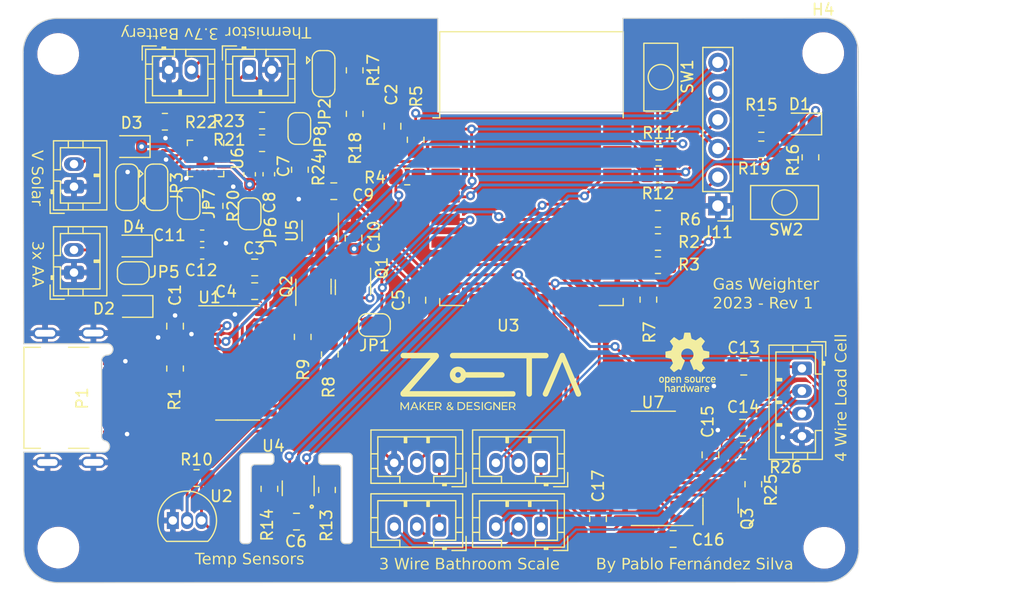
<source format=kicad_pcb>
(kicad_pcb (version 20221018) (generator pcbnew)
  (layers (0 "F.Cu" signal) (31 "B.Cu" signal) (34 "B.Paste" user) (35 "F.Paste" user) (36 "B.SilkS" user "B.Silkscreen") (37 "F.SilkS" user "F.Silkscreen") (38 "B.Mask" user) (39 "F.Mask" user) (44 "Edge.Cuts" user))
  (property "AUTHOR_1" "Pablo Fernández Silva")
  (property "AUTHOR_2" "")
  (property "AUTHOR_3" "")
  (property "SUBTITLE" "ESP8266 Version")
  (net 0 "")
  (net 1 "Net-(U1-V3)")
  (net 2 "GND")
  (net 3 "/MCU/nRST")
  (net 4 "VBUS")
  (net 5 "+3.3V")
  (net 6 "Net-(D2-K)")
  (net 7 "VCC")
  (net 8 "/E+")
  (net 9 "Net-(U7-VFB)")
  (net 10 "Net-(U7-VBG)")
  (net 11 "/MCU/GPIO16")
  (net 12 "Net-(D1-A)")
  (net 13 "VDC")
  (net 14 "VAA")
  (net 15 "VBatt")
  (net 16 "Net-(J6-Pin_1)")
  (net 17 "Net-(J6-Pin_2)")
  (net 18 "Net-(J7-Pin_1)")
  (net 19 "/A-")
  (net 20 "Net-(J8-Pin_2)")
  (net 21 "/A+")
  (net 22 "/MCU/GPIO0")
  (net 23 "/MCU/TX")
  (net 24 "/MCU/RX")
  (net 25 "Net-(J12-Pin_1)")
  (net 26 "Net-(JP2-C)")
  (net 27 "/Power/EN1")
  (net 28 "/Power/EN2")
  (net 29 "Net-(JP7-A)")
  (net 30 "Net-(JP8-A)")
  (net 31 "Net-(P1-CC)")
  (net 32 "/D-")
  (net 33 "/D+")
  (net 35 "Net-(Q1-B)")
  (net 36 "Net-(Q1-E)")
  (net 37 "Net-(Q2-B)")
  (net 38 "Net-(Q2-E)")
  (net 39 "Net-(Q3-B)")
  (net 40 "/MCU/GPIO2")
  (net 41 "/MCU/EN")
  (net 42 "Net-(R6-Pad1)")
  (net 43 "/MCU/GPIO15")
  (net 44 "/MCU/1-Wire")
  (net 45 "Net-(U3-GPIO1{slash}TXD)")
  (net 46 "Net-(U3-GPIO3{slash}RXD)")
  (net 47 "/MCU/SDA")
  (net 48 "/MCU/SCL")
  (net 49 "Net-(R16-Pad1)")
  (net 50 "/MCU/VBATT")
  (net 51 "Net-(U6-ILIM)")
  (net 52 "Net-(U6-ITERM)")
  (net 53 "Net-(U6-~{CE})")
  (net 54 "Net-(U6-ISET)")
  (net 62 "/MCU/DOUT")
  (net 63 "/MCU/SCK")
  (footprint "Capacitor_SMD:C_0805_2012Metric" (layer "F.Cu") (at 166.9425 98.1875)
    (fp_text reference "C13")
    (fp_text value "10uF")
  )
  (footprint "Capacitor_SMD:C_0603_1608Metric_Pad1.08x0.95mm_HandSolder" (layer "F.Cu") (at 123.2 81.15 90)
    (fp_text reference "C8")
    (fp_text value "1uF")
  )
  (footprint "MountingHole:MountingHole_3.2mm_M3_ISO7380" (layer "F.Cu") (at 106.25 70.5)
    (fp_text reference "H1")
    (fp_text value "MountingHole")
  )
  (footprint "Connector_JST:JST_PH_B2B-PH-K_1x02_P2.00mm_Vertical" (layer "F.Cu") (at 123.15 71.9)
    (fp_text reference "J12" hide)
    (fp_text value "NTC")
  )
  (footprint "Jumper:SolderJumper-2_P1.3mm_Open_RoundedPad1.0x1.5mm" (layer "F.Cu") (at 112.9 89.9 180)
    (fp_text reference "JP5")
    (fp_text value "Override Diode")
  )
  (footprint "Capacitor_SMD:C_0805_2012Metric" (layer "F.Cu") (at 135.85 76.9 90)
    (fp_text reference "C2")
    (fp_text value "470pF")
  )
  (footprint "Resistor_SMD:R_0805_2012Metric_Pad1.20x1.40mm_HandSolder" (layer "F.Cu") (at 159.35 85.1 180)
    (fp_text reference "R6")
    (fp_text value "330")
  )
  (footprint "Resistor_SMD:R_0805_2012Metric_Pad1.20x1.40mm_HandSolder" (layer "F.Cu") (at 172.85 79.65 90)
    (fp_text reference "R16")
    (fp_text value "330")
  )
  (footprint "Connector_JST:JST_PH_B3B-PH-K_1x03_P2.00mm_Vertical" (layer "F.Cu") (at 149 112.35 180)
    (fp_text reference "J9" hide)
    (fp_text value "LR")
  )
  (footprint "Jumper:SolderJumper-3_P1.3mm_Bridged12_RoundedPad1.0x1.5mm" (layer "F.Cu") (at 129.75 72.25 -90)
    (fp_text reference "JP2")
    (fp_text value "BattSelec")
  )
  (footprint "Jumper:SolderJumper-3_P1.3mm_Bridged12_RoundedPad1.0x1.5mm" (layer "F.Cu") (at 114.95 82.3 -90)
    (fp_text reference "JP3")
    (fp_text value "EN1")
  )
  (footprint "Resistor_SMD:R_0805_2012Metric_Pad1.20x1.40mm_HandSolder" (layer "F.Cu") (at 124.3 78.4 180)
    (fp_text reference "R21")
    (fp_text value "10k")
  )
  (footprint "Package_TO_SOT_SMD:SOT-23" (layer "F.Cu") (at 132.35 91.15 -90)
    (fp_text reference "Q1")
    (fp_text value "S8050")
  )
  (footprint "LED_SMD:LED_0805_2012Metric" (layer "F.Cu") (at 172.15 76.7 180)
    (fp_text reference "D1")
    (fp_text value "LED")
  )
  (footprint "Capacitor_SMD:C_0805_2012Metric" (layer "F.Cu") (at 130.65 82.65 180)
    (fp_text reference "C9")
    (fp_text value "10uF")
  )
  (footprint "Resistor_SMD:R_0805_2012Metric_Pad1.20x1.40mm_HandSolder" (layer "F.Cu") (at 137.9 78.1 -90)
    (fp_text reference "R5")
    (fp_text value "10k")
  )
  (footprint "Sensor_Humidity:Sensirion_DFN-8-1EP_2.5x2.5mm_P0.5mm_EP1.1x1.7mm" (layer "F.Cu") (at 127.5 108.95 -90)
    (fp_text reference "U4")
    (fp_text value "SHT31-DIS")
  )
  (footprint "Connector_JST:JST_PH_B3B-PH-K_1x03_P2.00mm_Vertical" (layer "F.Cu") (at 149 106.7 180)
    (fp_text reference "J7" hide)
    (fp_text value "UR")
  )
  (footprint "Resistor_SMD:R_0805_2012Metric_Pad1.20x1.40mm_HandSolder" (layer "F.Cu") (at 130.05 109.1 -90)
    (fp_text reference "R13")
    (fp_text value "10k")
  )
  (footprint "Package_SO:SOP-16_3.9x9.9mm_P1.27mm" (layer "F.Cu") (at 158.9425 107.1875 180)
    (fp_text reference "U7")
    (fp_text value "HX711")
  )
  (footprint "Diode_SMD:D_0805_2012Metric" (layer "F.Cu") (at 112.9 87.5 180)
    (fp_text reference "D4")
    (fp_text value "SK34A")
  )
  (footprint "Resistor_SMD:R_0805_2012Metric_Pad1.20x1.40mm_HandSolder" (layer "F.Cu") (at 132.5 75.8 -90)
    (fp_text reference "R18")
    (fp_text value "4.7k")
  )
  (footprint "LOGO" (layer "F.Cu") (at 144.55 99.5)
    (fp_text reference "G***" hide)
    (fp_text value "LOGO" hide)
  )
  (footprint "Library:Button" (layer "F.Cu") (at 170.55 83.65)
    (fp_text reference "SW2")
    (fp_text value "SW_Push")
  )
  (footprint "Resistor_SMD:R_0805_2012Metric_Pad1.20x1.40mm_HandSolder" (layer "F.Cu") (at 137.15 81.35)
    (fp_text reference "R4")
    (fp_text value "10k")
  )
  (footprint "Capacitor_SMD:C_0805_2012Metric" (layer "F.Cu") (at 123.65 91.5 180)
    (fp_text reference "C4")
    (fp_text value "1uF")
  )
  (footprint "Capacitor_SMD:C_0805_2012Metric" (layer "F.Cu") (at 132.4 86.8 90)
    (fp_text reference "C10")
    (fp_text value "10uF")
  )
  (footprint "Resistor_SMD:R_0805_2012Metric_Pad1.20x1.40mm_HandSolder" (layer "F.Cu") (at 118.5 108.05)
    (fp_text reference "R10")
    (fp_text value "4.7k")
  )
  (footprint "Jumper:SolderJumper-2_P1.3mm_Open_RoundedPad1.0x1.5mm" (layer "F.Cu") (at 134.25 94.5 180)
    (fp_text reference "JP1")
    (fp_text value "DeepSleep")
  )
  (footprint "Package_DFN_QFN:VQFN-16-1EP_3x3mm_P0.5mm_EP1.6x1.6mm" (layer "F.Cu") (at 119.3 79.75 -90)
    (fp_text reference "U6")
    (fp_text value "BQ24074RGT")
  )
  (footprint "MountingHole:MountingHole_3.2mm_M3_ISO7380" (layer "F.Cu") (at 174.07868 114.22132)
    (fp_text reference "H3")
    (fp_text value "MountingHole")
  )
  (footprint "Resistor_SMD:R_0805_2012Metric_Pad1.20x1.40mm_HandSolder" (layer "F.Cu") (at 120.1 83.95 -90)
    (fp_text reference "R20")
    (fp_text value "1k")
  )
  (footprint "Capacitor_SMD:C_0805_2012Metric" (layer "F.Cu") (at 116.6 94.6 90)
    (fp_text reference "C1")
    (fp_text value "0.1uF")
  )
  (footprint "Package_SO:SOIC-16_3.9x9.9mm_P1.27mm" (layer "F.Cu") (at 122.15 97.85)
    (fp_text reference "U1")
    (fp_text value "CH340C")
  )
  (footprint "Capacitor_SMD:C_0603_1608Metric_Pad1.08x0.95mm_HandSolder" (layer "F.Cu") (at 119 88.15)
    (fp_text reference "C12")
    (fp_text value "1uF")
  )
  (footprint "Jumper:SolderJumper-2_P1.3mm_Open_RoundedPad1.0x1.5mm" (layer "F.Cu") (at 123.2 84.65 90)
    (fp_text reference "JP6")
    (fp_text value "Override Charger")
  )
  (footprint "Package_TO_SOT_SMD:SOT-23" (layer "F.Cu") (at 128.85 91.0875 90)
    (fp_text reference "Q2")
    (fp_text value "S8050")
  )
  (footprint "Capacitor_SMD:C_0603_1608Metric_Pad1.08x0.95mm_HandSolder" (layer "F.Cu") (at 119 86.6)
    (fp_text reference "C11")
    (fp_text value "10uF")
  )
  (footprint "Library:USB C Molex" (layer "F.Cu") (at 108.3 100.94 -90)
    (fp_text reference "P1")
    (fp_text value "USB_C_Plug_USB2.0")
  )
  (footprint "MountingHole:MountingHole_3.2mm_M3_ISO7380" (layer "F.Cu") (at 106.27132 114.2)
    (fp_text reference "H2")
    (fp_text value "MountingHole")
  )
  (footprint "Resistor_SMD:R_0805_2012Metric_Pad1.20x1.40mm_HandSolder" (layer "F.Cu") (at 159.4 79.15)
    (fp_text reference "R11")
    (fp_text value "330")
  )
  (footprint "Resistor_SMD:R_0805_2012Metric_Pad1.20x1.40mm_HandSolder" (layer "F.Cu") (at 115.7 76.5)
    (fp_text reference "R22")
    (fp_text value "10k")
  )
  (footprint "MountingHole:MountingHole_3.2mm_M3_ISO7380" (layer "F.Cu") (at 173.97868 70.42132)
    (fp_text reference "H4")
    (fp_text value "MountingHole")
  )
  (footprint "Diode_SMD:D_0805_2012Metric" (layer "F.Cu") (at 112.7 78.7 180)
    (fp_text reference "D3")
    (fp_text value "SK34A")
  )
  (footprint "Package_TO_SOT_SMD:SOT-23-5_HandSoldering" (layer "F.Cu") (at 129.45 86.15 -90)
    (fp_text reference "U5")
    (fp_text value "NCP115AMX120TCG")
  )
  (footprint "Resistor_SMD:R_0805_2012Metric_Pad1.20x1.40mm_HandSolder" (layer "F.Cu") (at 166.8925 105.6375)
    (fp_text reference "R26")
    (fp_text value "330")
  )
  (footprint "Capacitor_SMD:C_0805_2012Metric" (layer "F.Cu") (at 127.35 111.9)
    (fp_text reference "C6")
    (fp_text value "0.1uF")
  )
  (footprint "Resistor_SMD:R_0805_2012Metric_Pad1.20x1.40mm_HandSolder" (layer "F.Cu") (at 116.6 98.35 90)
    (fp_text reference "R1")
    (fp_text value "4.7k")
  )
  (footprint "Resistor_SMD:R_0805_2012Metric_Pad1.20x1.40mm_HandSolder" (layer "F.Cu") (at 158.5 92.25 90)
    (fp_text reference "R7")
    (fp_text value "10k")
  )
  (footprint "Connector_PinHeader_2.54mm:PinHeader_1x06_P2.54mm_Vertical" (layer "F.Cu") (at 164.65 83.95 180)
    (fp_text reference "J11")
    (fp_text value "External Programming")
  )
  (footprint "Diode_SMD:D_0805_2012Metric" (layer "F.Cu") (at 112.95 92.85 180)
    (fp_text reference "D2")
    (fp_text value "SK34A")
  )
  (footprint "Package_TO_SOT_THT:TO-92_Inline" (layer "F.Cu") (at 116.4 111.8)
    (fp_text reference "U2")
    (fp_text value "DS18B20")
  )
  (footprint "Resistor_SMD:R_0805_2012Metric_Pad1.20x1.40mm_HandSolder" (layer "F.Cu") (at 159.35 87.15 180)
    (fp_text reference "R2")
    (fp_text value "10k")
  )
  (footprint "Package_TO_SOT_SMD:SOT-23" (layer "F.Cu") (at 164.8925 110.4875 90)
    (fp_text reference "Q3")
    (fp_text value "S8550")
  )
  (footprint "Resistor_SMD:R_0805_2012Metric_Pad1.20x1.40mm_HandSolder" (layer "F.Cu") (at 124.95 109 -90)
    (fp_text reference "R14")
    (fp_text value "10k")
  )
  (footprint "Connector_JST:JST_PH_B3B-PH-K_1x03_P2.00mm_Vertical" (layer "F.Cu") (at 140 106.7 180)
    (fp_text reference "J6" hide)
    (fp_text value "UL")
  )
  (footprint "Connector_JST:JST_PH_B2B-PH-K_1x02_P2.00mm_Vertical" (layer "F.Cu") (at 107.65 82.25 90)
    (fp_text reference "J2" hide)
    (fp_text value "Solar Panel")
  )
  (footprint "Connector_JST:JST_PH_B2B-PH-K_1x02_P2.00mm_Vertical" (layer "F.Cu") (at 116.05 71.9)
    (fp_text reference "J1" hide)
    (fp_text value "3.7V Battery")
  )
  (footprint "Capacitor_SMD:C_0805_2012Metric" (layer "F.Cu") (at 123.65 89.4 180)
    (fp_text reference "C3")
    (fp_text value "0.1uF")
  )
  (footprint "LOGO" (layer "F.Cu") (at 161.95 97.8)
    (fp_text reference "G***" hide)
    (fp_text value "LOGO" hide)
  )
  (footprint "Resistor_SMD:R_0805_2012Metric_Pad1.20x1.40mm_HandSolder" (layer "F.Cu") (at 132.5 71.95 -90)
    (fp_text reference "R17")
    (fp_text value "10k")
  )
  (footprint "Jumper:SolderJumper-2_P1.3mm_Bridged_RoundedPad1.0x1.5mm" (layer "F.Cu") (at 117.8 83.75 -90)
    (fp_text reference "JP7")
    (fp_text value "Battery_Out")
  )
  (footprint "Resistor_SMD:R_0805_2012Metric_Pad1.20x1.40mm_HandSolder" (layer "F.Cu") (at 127.65 80.75 -90)
    (fp_text reference "R24")
    (fp_text value "10k")
  )
  (footprint "Resistor_SMD:R_0805_2012Metric_Pad1.20x1.40mm_HandSolder" (layer "F.Cu") (at 127.9 95.55 -90)
    (fp_text reference "R9")
    (fp_text value "10k")
  )
  (footprint "Resistor_SMD:R_0805_2012Metric_Pad1.20x1.40mm_HandSolder" (layer "F.Cu") (at 168.5 76.7 180)
    (fp_text reference "R15")
    (fp_text value "330")
  )
  (footprint "Resistor_SMD:R_0805_2012Metric_Pad1.20x1.40mm_HandSolder" (layer "F.Cu") (at 159.4 81.15)
    (fp_text reference "R12")
    (fp_text value "330")
  )
  (footprint "Capacitor_SMD:C_0805_2012Metric" (layer "F.Cu") (at 160.6925 113.4375)
    (fp_text reference "C16")
    (fp_text value "10uF")
  )
  (footprint "Resistor_SMD:R_0805_2012Metric_Pad1.20x1.40mm_HandSolder" (layer "F.Cu") (at 159.35 89.2 180)
    (fp_text reference "R3")
    (fp_text value "10k")
  )
  (footprint "RF_Module:ESP-12E" (layer "F.Cu") (at 148.15 80.65)
    (fp_text reference "U3")
    (fp_text value "ESP-12F")
  )
  (footprint "Capacitor_SMD:C_0805_2012Metric" (layer "F.Cu") (at 138.05 92.3 90)
    (fp_text reference "C5")
    (fp_text value "10uF")
  )
  (footprint "Capacitor_SMD:C_0603_1608Metric_Pad1.08x0.95mm_HandSolder" (layer "F.Cu") (at 124.9 81.15 90)
    (fp_text reference "C7")
    (fp_text value "10uF")
  )
  (footprint "Capacitor_SMD:C_0805_2012Metric" (layer "F.Cu") (at 163.9925 105.9875 -90)
    (fp_text reference "C15")
    (fp_text value "0.1uF")
  )
  (footprint "Capacitor_SMD:C_0805_2012Metric" (layer "F.Cu") (at 154.0425 111.6375 90)
    (fp_text reference "C17")
    (fp_text value "0.1uF")
  )
  (footprint "Resistor_SMD:R_0805_2012Metric_Pad1.20x1.40mm_HandSolder" (layer "F.Cu") (at 167.7925 108.5875 -90)
    (fp_text reference "R25")
    (fp_text value "330")
  )
  (footprint "Jumper:SolderJumper-2_P1.3mm_Bridged_RoundedPad1.0x1.5mm" (layer "F.Cu") (at 127.6 77.1 90)
    (fp_text reference "JP8")
    (fp_text value "NTC Jumper")
  )
  (footprint "Resistor_SMD:R_0805_2012Metric_Pad1.20x1.40mm_HandSolder" (layer "F.Cu") (at 130.3 97.1 90)
    (fp_text reference "R8")
    (fp_text value "10k")
  )
  (footprint "Connector_JST:JST_PH_B4B-PH-K_1x04_P2.00mm_Vertical" (layer "F.Cu") (at 172.0925 98.3375 -90)
    (fp_text reference "J10" hide)
    (fp_text value "4Wire")
  )
  (footprint "Jumper:SolderJumper-3_P1.3mm_Bridged12_RoundedPad1.0x1.5mm" (layer "F.Cu") (at 112.35 82.3 90)
    (fp_text reference "JP4" hide)
    (fp_text value "EN2")
  )
  (footprint "Resistor_SMD:R_0805_2012Metric_Pad1.20x1.40mm_HandSolder" (layer "F.Cu") (at 124.3 76.4)
    (fp_text reference "R23")
    (fp_text value "1k")
  )
  (footprint "Connector_JST:JST_PH_B2B-PH-K_1x02_P2.00mm_Vertical" (layer "F.Cu") (at 107.65 89.85 90)
    (fp_text reference "J3" hide)
    (fp_text value "AA")
  )
  (footprint "Resistor_SMD:R_0805_2012Metric_Pad1.20x1.40mm_HandSolder" (layer "F.Cu") (at 168.5 78.95 180)
    (fp_text reference "R19")
    (fp_text value "330")
  )
  (footprint "Capacitor_SMD:C_0805_2012Metric" (layer "F.Cu") (at 166.8425 103.5875 180)
    (fp_text reference "C14")
    (fp_text value "0.1uF")
  )
  (footprint "Library:Button" (layer "F.Cu") (at 159.6 72.55 90)
    (fp_text reference "SW1")
    (fp_text value "SW_Push")
  )
  (footprint "Connector_JST:JST_PH_B3B-PH-K_1x03_P2.00mm_Vertical" (layer "F.Cu") (at 140 112.35 180)
    (fp_text reference "J8" hide)
    (fp_text value "LL")
  )
  (gr_circle (center 128.7 110.575) (end 128.7 110.525) (stroke (width 0.15)) (fill none) (layer "F.SilkS"))
  (gr_arc (start 123.35 113.5) (mid 123.252444 113.752444) (end 123 113.85) (stroke (width 0.1)) (layer "Edge.Cuts"))
  (gr_arc (start 110.6 96.15) (mid 111.1 96.65) (end 110.6 97.15) (stroke (width 0.1)) (layer "Edge.Cuts"))
  (gr_line (start 139.85 67.35) (end 106.15 67.35) (stroke (width 0.1)) (layer "Edge.Cuts"))
  (gr_arc (start 125.35 106.55) (mid 125.237132 106.772487) (end 125 106.85) (stroke (width 0.1)) (layer "Edge.Cuts"))
  (gr_line (start 123.7 106.85) (end 125 106.85) (stroke (width 0.1)) (layer "Edge.Cuts"))
  (gr_arc (start 132.3 113.5) (mid 132.222487 113.737132) (end 132 113.85) (stroke (width 0.1)) (layer "Edge.Cuts"))
  (gr_line (start 103.2 105.75) (end 103.2 114.3) (stroke (width 0.1)) (layer "Edge.Cuts"))
  (gr_line (start 103.2 96.15) (end 103.15 70.35) (stroke (width 0.1)) (layer "Edge.Cuts"))
  (gr_line (start 131.3 113.5) (end 131.3 107.15) (stroke (width 0.1)) (layer "Edge.Cuts"))
  (gr_arc (start 131.95 105.85) (mid 132.202444 105.947556) (end 132.3 106.2) (stroke (width 0.1)) (layer "Edge.Cuts"))
  (gr_arc (start 177.12868 114.27132) (mid 176.249992 116.39262) (end 174.12868 117.27132) (stroke (width 0.1)) (layer "Edge.Cuts"))
  (gr_line (start 132 113.85) (end 131.65 113.85) (stroke (width 0.1)) (layer "Edge.Cuts"))
  (gr_line (start 129.6 105.85) (end 131.95 105.85) (stroke (width 0.1)) (layer "Edge.Cuts"))
  (gr_line (start 156.25 75.65) (end 139.85 75.65) (stroke (width 0.1)) (layer "Edge.Cuts"))
  (gr_arc (start 110.1 97.55) (mid 110.28745 97.271808) (end 110.6 97.15) (stroke (width 0.1)) (layer "Edge.Cuts"))
  (gr_arc (start 106.2 117.3) (mid 104.07868 116.42132) (end 103.2 114.3) (stroke (width 0.1)) (layer "Edge.Cuts"))
  (gr_line (start 132.3 106.2) (end 132.3 113.5) (stroke (width 0.1)) (layer "Edge.Cuts"))
  (gr_line (start 110.3 105.75) (end 103.2 105.75) (stroke (width 0.1)) (layer "Edge.Cuts"))
  (gr_arc (start 122.65 113.85) (mid 122.427513 113.737132) (end 122.35 113.5) (stroke (width 0.1)) (layer "Edge.Cuts"))
  (gr_line (start 122.65 113.85) (end 123 113.85) (stroke (width 0.1)) (layer "Edge.Cuts"))
  (gr_line (start 156.25 67.35) (end 156.25 75.65) (stroke (width 0.1)) (layer "Edge.Cuts"))
  (gr_line (start 103.2 96.15) (end 110.6 96.15) (stroke (width 0.1)) (layer "Edge.Cuts"))
  (gr_line (start 110.1 97.55) (end 110.1 104.35) (stroke (width 0.1)) (layer "Edge.Cuts"))
  (gr_line (start 129.3 106.55) (end 129.3 106.2) (stroke (width 0.1)) (layer "Edge.Cuts"))
  (gr_arc (start 122.35 106.2) (mid 122.447556 105.947556) (end 122.7 105.85) (stroke (width 0.1)) (layer "Edge.Cuts"))
  (gr_line (start 174.07868 67.32132) (end 156.25 67.35) (stroke (width 0.1)) (layer "Edge.Cuts"))
  (gr_arc (start 110.4 104.75) (mid 110.177111 104.604673) (end 110.1 104.35) (stroke (width 0.1)) (layer "Edge.Cuts"))
  (gr_line (start 122.35 106.2) (end 122.35 113.5) (stroke (width 0.1)) (layer "Edge.Cuts"))
  (gr_arc (start 110.4 104.75) (mid 110.802494 105.295249) (end 110.3 105.75) (stroke (width 0.1)) (layer "Edge.Cuts"))
  (gr_line (start 130.95 106.85) (end 129.65 106.85) (stroke (width 0.1)) (layer "Edge.Cuts"))
  (gr_arc (start 103.15 70.35) (mid 104.02868 68.22868) (end 106.15 67.35) (stroke (width 0.1)) (layer "Edge.Cuts"))
  (gr_arc (start 174.07868 67.32132) (mid 176.200006 68.199994) (end 177.07868 70.32132) (stroke (width 0.1)) (layer "Edge.Cuts"))
  (gr_line (start 177.12868 114.27132) (end 177.07868 70.32132) (stroke (width 0.1)) (layer "Edge.Cuts"))
  (gr_arc (start 129.65 106.85) (mid 129.412868 106.772487) (end 129.3 106.55) (stroke (width 0.1)) (layer "Edge.Cuts"))
  (gr_arc (start 130.95 106.85) (mid 131.187132 106.927513) (end 131.3 107.15) (stroke (width 0.1)) (layer "Edge.Cuts"))
  (gr_line (start 125.05 105.85) (end 122.7 105.85) (stroke (width 0.1)) (layer "Edge.Cuts"))
  (gr_line (start 125.35 106.55) (end 125.35 106.2) (stroke (width 0.1)) (layer "Edge.Cuts"))
  (gr_line (start 106.2 117.3) (end 174.12868 117.27132) (stroke (width 0.1)) (layer "Edge.Cuts"))
  (gr_arc (start 129.3 106.2) (mid 129.377513 105.962868) (end 129.6 105.85) (stroke (width 0.1)) (layer "Edge.Cuts"))
  (gr_arc (start 131.65 113.85) (mid 131.397556 113.752444) (end 131.3 113.5) (stroke (width 0.1)) (layer "Edge.Cuts"))
  (gr_arc (start 123.35 107.15) (mid 123.462868 106.927513) (end 123.7 106.85) (stroke (width 0.1)) (layer "Edge.Cuts"))
  (gr_line (start 139.85 75.65) (end 139.85 67.35) (stroke (width 0.1)) (layer "Edge.Cuts"))
  (gr_line (start 123.35 113.5) (end 123.35 107.15) (stroke (width 0.1)) (layer "Edge.Cuts"))
  (gr_arc (start 125.05 105.85) (mid 125.272487 105.962868) (end 125.35 106.2) (stroke (width 0.1)) (layer "Edge.Cuts"))
  (gr_text "Thermistor" (at 128.65 67.95 180) (layer "F.SilkS") (effects (font (size 1 1)) (justify left bottom)))
  (gr_text "3x AA" (at 103.8 87.05 270) (layer "F.SilkS") (effects (font (size 1 1)) (justify left bottom)))
  (gr_text "V Solar" (at 103.75 79 270) (layer "F.SilkS") (effects (font (size 1 1)) (justify left bottom)))
  (gr_text "Temp Sensors" (at 118.35 115.85) (layer "F.SilkS") (effects (font (size 1 1)) (justify left bottom)))
  (gr_text "3 Wire Bathroom Scale" (at 134.65 116.3) (layer "F.SilkS") (effects (font (size 1 1)) (justify left bottom)))
  (gr_text "Gas Weighter\n2023 - Rev 1\n" (at 164.2 93.2) (layer "F.SilkS") (effects (font (size 1 1)) (justify left bottom)))
  (gr_text "4 Wire Load Cell" (at 176.2 106.6 90) (layer "F.SilkS") (effects (font (size 1 1)) (justify left bottom)))
  (gr_text "By Pablo Fernández Silva" (at 153.85 116.3) (layer "F.SilkS") (effects (font (size 1 1)) (justify left bottom)))
  (gr_text "3.7v Battery" (at 120.45 68.05 180) (layer "F.SilkS") (effects (font (size 1 1)) (justify left bottom)))
  (segment (start 118.265 97.215) (end 119.675 97.215) (width 0.25) (layer "F.Cu") (net 1))
  (segment (start 116.6 95.55) (end 118.265 97.215) (width 0.25) (layer "F.Cu") (net 1))
  (segment (start 127.55 83.35) (end 129 83.35) (width 0.25) (layer "F.Cu") (net 2))
  (segment (start 128.3 111.9) (end 128.3 110.175) (width 0.25) (layer "F.Cu") (net 2))
  (segment (start 127.5 108.95) (end 128.25 109.7) (width 0.25) (layer "F.Cu") (net 2))
  (segment (start 119.55 80) (end 119.3 79.75) (width 0.25) (layer "F.Cu") (net 2))
  (segment (start 127.75 107.775) (end 127.75 106.775305) (width 0.25) (layer "F.Cu") (net 2))
  (segment (start 129 83.35) (end 129.7 82.65) (width 0.25) (layer "F.Cu") (net 2))
  (segment (start 117.8625 80.5) (end 117.9125 80.45) (width 0.2) (layer "F.Cu") (net 2))
  (segment (start 127.949695 105.525) (end 134.825 105.525) (width 0.25) (layer "F.Cu") (net 2))
  (segment (start 129.45 84.8) (end 129.45 82.9) (width 0.25) (layer "F.Cu") (net 2))
  (segment (start 128.25 109.7) (end 128.25 110.125) (width 0.25) (layer "F.Cu") (net 2))
  (segment (start 129.45 82.9) (end 129.7 82.65) (width 0.25) (layer "F.Cu") (net 2))
  (segment (start 118.6 80.45) (end 119.3 79.75) (width 0.2) (layer "F.Cu") (net 2))
  (segment (start 127.75 106.775305) (end 127.525 106.550305) (width 0.25) (layer "F.Cu") (net 2))
  (segment (start 127.5 108.95) (end 127.75 108.7) (width 0.25) (layer "F.Cu") (net 2))
  (segment (start 120.7375 80) (end 119.55 80) (width 0.25) (layer "F.Cu") (net 2))
  (segment (start 127.525 105.949695) (end 127.949695 105.525) (width 0.25) (layer "F.Cu") (net 2))
  (segment (start 134.825 105.525) (end 136 106.7) (width 0.25) (layer "F.Cu") (net 2))
  (segment (start 127.525 106.550305) (end 127.525 105.949695) (width 0.25) (layer "F.Cu") (net 2))
  (segment (start 117.9125 80.45) (end 118.6 80.45) (width 0.2) (layer "F.Cu") (net 2))
  (segment (start 128.3 110.175) (end 128.25 110.125) (width 0.25) (layer "F.Cu") (net 2))
  (segment (start 127.75 108.7) (end 127.75 107.775) (width 0.25) (layer "F.Cu") (net 2))
  (via (at 118.05 95.3) (size 0.8) (drill 0.4) (layers "F.Cu" "B.Cu") (net 2))
  (via (at 115.8 79.85) (size 0.8) (drill 0.4) (layers "F.Cu" "B.Cu") (net 2))
  (via (at 116.6 93.65) (size 0.8) (drill 0.4) (layers "F.Cu" "B.Cu") (net 2))
  (via (at 170.4 104.425) (size 0.8) (drill 0.4) (layers "F.Cu" "B.Cu") (net 2))
  (via (at 115.75 77.95) (size 0.8) (drill 0.4) (layers "F.Cu" "B.Cu") (net 2))
  (via (at 164.3 99.9) (size 0.8) (drill 0.4) (layers "F.Cu" "B.Cu") (net 2))
  (via (at 112.35 104.15) (size 0.8) (drill 0.4) (layers "F.Cu" "B.Cu") (net 2))
  (via (at 119.3 79.75) (size 0.8) (drill 0.4) (layers "F.Cu" "B.Cu") (net 2))
  (via (at 112.4 80.95) (size 0.8) (drill 0.4) (layers "F.Cu" "B.Cu") (net 2))
  (via (at 115.1 95.6) (size 0.8) (drill 0.4) (layers "F.Cu" "B.Cu") (net 2))
  (via (at 117.6 81.5) (size 0.8) (drill 0.4) (layers "F.Cu" "B.Cu") (net 2))
  (via (at 121.1 87.25) (size 0.8) (drill 0.4) (layers "F.Cu" "B.Cu") (net 2))
  (via (at 121.75 82.25) (size 0.8) (drill 0.4) (layers "F.Cu" "B.Cu") (net 2))
  (via (at 127.55 83.35) (size 0.8) (drill 0.4) (layers "F.Cu" "B.Cu") (net 2))
  (via (at 164.65 103.8) (size 0.8) (drill 0.4) (layers "F.Cu" "B.Cu") (net 2))
  (via (at 121.9 93.55) (size 0.8) (drill 0.4) (layers "F.Cu" "B.Cu") (net 2))
  (via (at 112.2 97.7) (size 0.8) (drill 0.4) (layers "F.Cu" "B.Cu") (net 2))
  (segment (start 133.6 94.5) (end 132.35 93.25) (width 0.25) (layer "F.Cu") (net 3))
  (segment (start 132.35 92.0875) (end 133.8375 92.0875) (width 0.25) (layer "F.Cu") (net 3))
  (segment (start 142.85 81.7) (end 142.9 81.75) (width 0.25) (layer "F.Cu") (net 3))
  (segment (start 164.65 78.87) (end 167.42 78.87) (width 0.25) (layer "F.Cu") (net 3))
  (segment (start 137.9 79.1) (end 139.85 77.15) (width 0.25) (layer "F.Cu") (net 3))
  (segment (start 133.8375 92.0875) (end 133.85 92.1) (width 0.25) (layer "F.Cu") (net 3))
  (segment (start 142.85 77.15) (end 142.85 81.7) (width 0.25) (layer "F.Cu") (net 3))
  (segment (start 135.85 77.85) (end 137.1 79.1) (width 0.25) (layer "F.Cu") (net 3))
  (segment (start 139.85 77.15) (end 140.55 77.15) (width 0.25) (layer "F.Cu") (net 3))
  (segment (start 140.55 77.15) (end 142.85 77.15) (width 0.25) (layer "F.Cu") (net 3))
  (segment (start 137.1 79.1) (end 137.9 79.1) (width 0.25) (layer "F.Cu") (net 3))
  (segment (start 133.85 92.1) (end 133.65 92.1) (width 0.25) (layer "F.Cu") (net 3))
  (segment (start 167.42 78.87) (end 167.5 78.95) (width 0.25) (layer "F.Cu") (net 3))
  (segment (start 132.35 93.25) (end 132.35 92.0875) (width 0.25) (layer "F.Cu") (net 3))
  (via (at 142.85 77.15) (size 0.8) (drill 0.4) (layers "F.Cu" "B.Cu") (net 3))
  (via (at 142.9 81.75) (size 0.8) (drill 0.4) (layers "F.Cu" "B.Cu") (net 3))
  (via (at 133.85 92.1) (size 0.8) (drill 0.4) (layers "F.Cu" "B.Cu") (net 3))
  (segment (start 142.85 77.15) (end 162.93 77.15) (width 0.25) (layer "B.Cu") (net 3))
  (segment (start 142.025 83.025) (end 142.025 82.749695) (width 0.25) (layer "B.Cu") (net 3))
  (segment (start 142.025 82.749695) (end 142.449695 82.325) (width 0.25) (layer "B.Cu") (net 3))
  (segment (start 133.85 92.1) (end 133.85 91.2) (width 0.25) (layer "B.Cu") (net 3))
  (segment (start 142.449695 82.325) (end 142.725 82.325) (width 0.25) (layer "B.Cu") (net 3))
  (segment (start 142.725 82.325) (end 142.9 82.15) (width 0.25) (layer "B.Cu") (net 3))
  (segment (start 133.85 91.2) (end 142.025 83.025) (width 0.25) (layer "B.Cu") (net 3))
  (segment (start 162.93 77.15) (end 164.65 78.87) (width 0.25) (layer "B.Cu") (net 3))
  (segment (start 142.9 82.15) (end 142.9 81.75) (width 0.25) (layer "B.Cu") (net 3))
  (segment (start 142.9 81.75) (end 142.85 81.8) (width 0.25) (layer "B.Cu") (net 3))
  (segment (start 124 92.78) (end 115.92 92.78) (width 0.25) (layer "F.Cu") (net 4))
  (segment (start 123.595 93.405) (end 124.625 93.405) (width 0.25) (layer "F.Cu") (net 4))
  (segment (start 114.19 94.51) (end 114.19 95.25) (width 0.25) (layer "F.Cu") (net 4))
  (segment (start 124.625 93.405) (end 124.625 91.525) (width 0.25) (layer "F.Cu") (net 4))
  (segment (start 120.266751 103.35) (end 121.35 102.266751) (width 0.25) (layer "F.Cu") (net 4))
  (segment (start 115.92 92.78) (end 114.19 94.51) (width 0.25) (layer "F.Cu") (net 4))
  (segment (start 114.19 95.25) (end 114.19 98.475) (width 0.25) (layer "F.Cu") (net 4))
  (segment (start 122.55 96.95) (end 122.55 94.45) (width 0.25) (layer "F.Cu") (net 4))
  (segment (start 124.625 91.525) (end 124.6 91.5) (width 0.25) (layer "F.Cu") (net 4))
  (segment (start 110.82 103.35) (end 120.266751 103.35) (width 0.25) (layer "F.Cu") (net 4))
  (segment (start 110.81 103.34) (end 110.82 103.35) (width 0.25) (layer "F.Cu") (net 4))
  (segment (start 124.6 91.5) (end 124.6 89.4) (width 0.25) (layer "F.Cu") (net 4))
  (segment (start 112.0125 92.85) (end 114.19 95.0275) (width 0.25) (layer "F.Cu") (net 4))
  (segment (start 114.19 95.0275) (end 114.19 95.25) (width 0.25) (layer "F.Cu") (net 4))
  (segment (start 121.35 102.266751) (end 121.35 98.15) (width 0.25) (layer "F.Cu") (net 4))
  (segment (start 124.625 93.405) (end 124 92.78) (width 0.25) (layer "F.Cu") (net 4))
  (segment (start 114.19 98.475) (end 114.125 98.54) (width 0.25) (layer "F.Cu") (net 4))
  (segment (start 114.125 98.54) (end 110.81 98.54) (width 0.25) (layer "F.Cu") (net 4))
  (segment (start 121.35 98.15) (end 122.55 96.95) (width 0.25) (layer "F.Cu") (net 4))
  (segment (start 122.55 94.45) (end 123.595 93.405) (width 0.25) (layer "F.Cu") (net 4))
  (segment (start 136.15 82.75) (end 136.4 83) (width 0.25) (layer "F.Cu") (net 5))
  (segment (start 166.8 81.9) (end 168.425 80.275) (width 0.25) (layer "F.Cu") (net 5))
  (segment (start 137.9 77.1) (end 137.9 75.75) (width 0.25) (layer "F.Cu") (net 5))
  (segment (start 160.35 89.2) (end 160.35 87.15) (width 0.25) (layer "F.Cu") (net 5))
  (segment (start 150.25 90.8) (end 150.2 90.85) (width 0.25) (layer "F.Cu") (net 5))
  (segment (start 132.45 87.75) (end 134.45 87.75) (width 0.25) (layer "F.Cu") (net 5))
  (segment (start 123.65 103.9) (end 127.75 103.9) (width 0.25) (layer "F.Cu") (net 5))
  (segment (start 124.95 110.45) (end 126.4 111.9) (width 0.25) (layer "F.Cu") (net 5))
  (segment (start 167.5 74.1) (end 164.65 71.25) (width 0.25) (layer "F.Cu") (net 5))
  (segment (start 118.94 108.61) (end 119.5 108.05) (width 0.25) (layer "F.Cu") (net 5))
  (segment (start 132.4 87.75) (end 132.45 87.75) (width 0.25) (layer "F.Cu") (net 5))
  (segment (start 128.788173 112.95) (end 130.05 111.688173) (width 0.25) (layer "F.Cu") (net 5))
  (segment (start 140.85 90.85) (end 140.55 91.15) (width 0.25) (layer "F.Cu") (net 5))
  (segment (start 168.425 80.275) (end 168.425 77.625) (width 0.25) (layer "F.Cu") (net 5))
  (segment (start 126.4 111.9) (end 127.45 112.95) (width 0.25) (layer "F.Cu") (net 5))
  (segment (start 151.2 110.15) (end 151.2 94.75) (width 0.25) (layer "F.Cu") (net 5))
  (segment (start 126.625 110) (end 126.75 110.125) (width 0.25) (layer "F.Cu") (net 5))
  (segment (start 118.94 111.8) (end 121.120785 113.980785) (width 0.25) (layer "F.Cu") (net 5))
  (segment (start 138.25 91.15) (end 140.55 91.15) (width 0.25) (layer "F.Cu") (net 5))
  (segment (start 137 92.4) (end 138.05 91.35) (width 0.25) (layer "F.Cu") (net 5))
  (segment (start 160.35 87.15) (end 163.8 87.15) (width 0.25) (layer "F.Cu") (net 5))
  (segment (start 154.0425 112.5875) (end 155.4875 112.5875) (width 0.25) (layer "F.Cu") (net 5))
  (segment (start 124.95 110) (end 126.625 110) (width 0.25) (layer "F.Cu") (net 5))
  (segment (start 137 94.65) (end 137 92.4) (width 0.25) (layer "F.Cu") (net 5))
  (segment (start 166.8 84.15) (end 166.8 81.9) (width 0.25) (layer "F.Cu") (net 5))
  (segment (start 127.45 112.95) (end 128.788173 112.95) (width 0.25) (layer "F.Cu") (net 5))
  (segment (start 136.15 81.35) (end 136.15 82.75) (width 0.25) (layer "F.Cu") (net 5))
  (segment (start 138.05 91.35) (end 138.25 91.15) (width 0.25) (layer "F.Cu") (net 5))
  (segment (start 150.15 93.7) (end 150.15 90.9) (width 0.25) (layer "F.Cu") (net 5))
  (segment (start 127.75 103.9) (end 137 94.65) (width 0.25) (layer "F.Cu") (net 5))
  (segment (start 121.120785 113.980785) (end 124.319215 113.980785) (width 0.25) (layer "F.Cu") (net 5))
  (segment (start 154.0425 112.5875) (end 153.6375 112.5875) (width 0.25) (layer "F.Cu") (net 5))
  (segment (start 119.5 108.05) (end 123.65 103.9) (width 0.25) (layer "F.Cu") (net 5))
  (segment (start 167.5 76.7) (end 167.5 74.1) (width 0.25) (layer "F.Cu") (net 5))
  (segment (start 153.6375 112.5875) (end 151.2 110.15) (width 0.25) (layer "F.Cu") (net 5))
  (segment (start 150.15 90.9) (end 150.25 90.8) (width 0.25) (layer "F.Cu") (net 5))
  (segment (start 134.45 87.75) (end 138 91.3) (width 0.25) (layer "F.Cu") (net 5))
  (segment (start 168.425 77.625) (end 167.5 76.7) (width 0.25) (layer "F.Cu") (net 5))
  (segment (start 163.8 87.15) (end 166.8 84.15) (width 0.25) (layer "F.Cu") (net 5))
  (segment (start 124.95 110) (end 124.95 110.45) (width 0.25) (layer "F.Cu") (net 5))
  (segment (start 132.15 87.5) (end 132.4 87.75) (width 0.25) (layer "F.Cu") (net 5))
  (segment (start 150.2 90.85) (end 140.85 90.85) (width 0.25) (layer "F.Cu") (net 5))
  (segment (start 124.319215 113.980785) (end 126.4 111.9) (width 0.25) (layer "F.Cu") (net 5))
  (segment (start 151.2 94.75) (end 150.15 93.7) (width 0.25) (layer "F.Cu") (net 5))
  (segment (start 118.94 111.8) (end 118.94 108.61) (width 0.25) (layer "F.Cu") (net 5))
  (segment (start 130.05 111.688173) (end 130.05 110.1) (width 0.25) (layer "F.Cu") (net 5))
  (segment (start 130.4 87.5) (end 132.15 87.5) (width 0.25) (layer "F.Cu") (net 5))
  (segment (start 155.4875 112.5875) (end 156.4425 111.6325) (width 0.25) (layer "F.Cu") (net 5))
  (via (at 136.4 83) (size 0.8) (drill 0.4) (layers "F.Cu" "B.Cu") (net 5))
  (via (at 150.25 90.8) (size 0.8) (drill 0.4) (layers "F.Cu" "B.Cu") (net 5))
  (via (at 163.8 87.15) (size 0.8) (drill 0.4) (layers "F.Cu" "B.Cu") (net 5))
  (via (at 137.9 75.75) (size 0.8) (drill 0.4) (layers "F.Cu" "B.Cu") (net 5))
  (via (at 132.45 87.75) (size 0.8) (drill 0.4) (layers "F.Cu" "B.Cu") (net 5))
  (segment (start 136.35 83.85) (end 136.4 83) (width 0.25) (layer "B.Cu") (net 5))
  (segment (start 137.9 75.75) (end 138.125 75.975) (width 0.25) (layer "B.Cu") (net 5))
  (segment (start 150.25 90.8) (end 160.15 90.8) (width 0.25) (layer "B.Cu") (net 5))
  (segment (start 138.125 75.975) (end 159.925 75.975) (width 0.25) (layer "B.Cu") (net 5))
  (segment (start 132.45 87.75) (end 136.35 83.85) (width 0.25) (layer "B.Cu") (net 5))
  (segment (start 159.925 75.975) (end 164.65 71.25) (width 0.25) (layer "B.Cu") (net 5))
  (segment (start 136.4 83) (end 136.35 83.1) (width 0.25) (layer "B.Cu") (net 5))
  (segment (start 160.15 90.8) (end 163.8 87.15) (width 0.25) (layer "B.Cu") (net 5))
  (segment (start 111.425 79.725) (end 110.65 80.5) (width 0.25) (layer "F.Cu") (net 6))
  (segment (start 113.55 92.5125) (end 113.8875 92.85) (width 0.25) (layer "F.Cu") (net 6))
  (segment (start 112.6125 79.725) (end 111.425 79.725) (width 0.25) (layer "F.Cu") (net 6))
  (segment (start 113.6375 78.7) (end 112.6125 79.725) (width 0.25) (layer "F.Cu") (net 6))
  (segment (start 110.65 84.3125) (end 113.8375 87.5) (width 0.25) (layer "F.Cu") (net 6))
  (segment (start 121.6875 80.5) (end 123.2 82.0125) (width 0.25) (layer "F.Cu") (net 6))
  (segment (start 123.2 82.0125) (end 124.9 82.0125) (width 0.25) (layer "F.Cu") (net 6))
  (segment (start 110.65 80.5) (end 110.65 84.3125) (width 0.25) (layer "F.Cu") (net 6))
  (segment (start 123.2 82.05) (end 123.2 82.0125) (width 0.25) (layer "F.Cu") (net 6))
  (segment (start 120.7375 80.5) (end 121.6875 80.5) (width 0.25) (layer "F.Cu") (net 6))
  (segment (start 123.2 84) (end 123.2 82.05) (width 0.25) (layer "F.Cu") (net 6))
  (segment (start 113.55 89.9) (end 113.55 92.5125) (width 0.25) (layer "F.Cu") (net 6))
  (segment (start 113.8375 89.6125) (end 113.55 89.9) (width 0.25) (layer "F.Cu") (net 6))
  (segment (start 113.8375 87.5) (end 113.8375 89.6125) (width 0.25) (layer "F.Cu") (net 6))
  (via (at 113.6375 78.7) (size 0.8) (drill 0.4) (layers "F.Cu" "B.Cu") (net 6))
  (via (at 123.2 82.05) (size 0.8) (drill 0.4) (layers "F.Cu" "B.Cu") (net 6))
  (segment (start 121.6 80.45) (end 119.625305 80.45) (width 0.25) (layer "B.Cu") (net 6))
  (segment (start 119.600305 80.475) (end 117.475 80.475) (width 0.25) (layer "B.Cu") (net 6))
  (segment (start 123.2 82.05) (end 121.6 80.45) (width 0.25) (layer "B.Cu") (net 6))
  (segment (start 119.625305 80.45) (end 119.600305 80.475) (width 0.25) (layer "B.Cu") (net 6))
  (segment (start 117.475 80.475) (end 115.7 78.7) (width 0.25) (layer "B.Cu") (net 6))
  (segment (start 115.7 78.7) (end 113.6375 78.7) (width 0.25) (layer "B.Cu") (net 6))
  (segment (start 117.8 86.2625) (end 118.1375 86.6) (width 0.25) (layer "F.Cu") (net 7))
  (segment (start 118.9375 88.95) (end 120.55 88.95) (width 0.25) (layer "F.Cu") (net 7))
  (segment (start 129.75 80.8) (end 131.6 82.65) (width 0.25) (layer "F.Cu") (net 7))
  (segment (start 161.6425 113.4375) (end 163.655 111.425) (width 0.25) (layer "F.Cu") (net 7))
  (segment (start 114.95 83.6) (end 115.75 84.4) (width 0.25) (layer "F.Cu") (net 7))
  (segment (start 161.4425 111.6325) (end 161.040749 111.6325) (width 0.25) (layer "F.Cu") (net 7))
  (segment (start 158.8 99.65) (end 155.55 96.4) (width 0.25) (layer "F.Cu") (net 7))
  (segment (start 118.1375 88.15) (end 118.9375 88.95) (width 0.25) (layer "F.Cu") (net 7))
  (segment (start 130.4 84.8) (end 131.6 83.6) (width 0.25) (layer "F.Cu") (net 7))
  (segment (start 139 90.05) (end 147 90.05) (width 0.25) (layer "F.Cu") (net 7))
  (segment (start 123.2 85.3) (end 128 85.3) (width 0.25) (layer "F.Cu") (net 7))
  (segment (start 161.040749 111.6325) (end 158.8 109.391751) (width 0.25) (layer "F.Cu") (net 7))
  (segment (start 128 85.3) (end 128.5 84.8) (width 0.25) (layer "F.Cu") (net 7))
  (segment (start 129.75 73.55) (end 129.75 80.8) (width 0.25) (layer "F.Cu") (net 7))
  (segment (start 163.655 111.425) (end 163.9425 111.425) (width 0.25) (layer "F.Cu") (net 7))
  (segment (start 118.1375 86.6) (end 118.1375 88.15) (width 0.25) (layer "F.Cu") (net 7))
  (segment (start 117.8 84.4) (end 117.8 86.2625) (width 0.25) (layer "F.Cu") (net 7))
  (segment (start 115.75 84.4) (end 117.8 84.4) (width 0.25) (layer "F.Cu") (net 7))
  (segment (start 131.6 82.65) (end 139 90.05) (width 0.25) (layer "F.Cu") (net 7))
  (segment (start 147 90.05) (end 146.9 90.05) (width 0.25) (layer "F.Cu") (net 7))
  (segment (start 158.8 109.391751) (end 158.8 99.65) (width 0.25) (layer "F.Cu") (net 7))
  (segment (start 131.6 83.6) (end 131.6 82.65) (width 0.25) (layer "F.Cu") (net 7))
  (segment (start 161.65 111.425) (end 161.4425 111.6325) (width 0.25) (layer "F.Cu") (net 7))
  (segment (start 163.9425 111.425) (end 161.65 111.425) (width 0.25) (layer "F.Cu") (net 7))
  (segment (start 123.2 86.3) (end 123.2 85.3) (width 0.25) (layer "F.Cu") (net 7))
  (segment (start 112.35 83.6) (end 114.95 83.6) (width 0.25) (layer "F.Cu") (net 7))
  (segment (start 120.55 88.95) (end 123.2 86.3) (width 0.25) (layer "F.Cu") (net 7))
  (via (at 155.55 96.4) (size 0.8) (drill 0.4) (layers "F.Cu" "B.Cu") (net 7))
  (via (at 147 90.05) (size 0.8) (drill 0.4) (layers "F.Cu" "B.Cu") (net 7))
  (segment (start 153.35 96.4) (end 155.55 96.4) (width 0.25) (layer "B.Cu") (net 7))
  (segment (start 147 90.05) (end 153.35 96.4) (width 0.25) (layer "B.Cu") (net 7))
  (segment (start 169.7 109.15) (end 174.0925 104.7575) (width 0.25) (layer "F.Cu") (net 8))
  (segment (start 167.755 109.55) (end 167.7925 109.5875) (width 0.25) (layer "F.Cu") (net 8))
  (segment (start 164.8925 109.55) (end 167.755 109.55) (width 0.25) (layer "F.Cu") (net 8))
  (segment (start 161.9 109.55) (end 161.4425 109.0925) (width 0.25) (layer "F.Cu") (net 8))
  (segment (start 164.8925 109.55) (end 161.9 109.55) (width 0.25) (layer "F.Cu") (net 8))
  (segment (start 167.8925 98.1875) (end 171.9425 98.1875) (width 0.25) (layer "F.Cu") (net 8))
  (segment (start 168.23 109.15) (end 169.7 109.15) (width 0.25) (layer "F.Cu") (net 8))
  (segment (start 174.0925 100.3375) (end 172.0925 98.3375) (width 0.25) (layer "F.Cu") (net 8))
  (segment (start 174.0925 104.7575) (end 174.0925 100.3375) (width 0.25) (layer "F.Cu") (net 8))
  (segment (start 167.7925 109.5875) (end 168.23 109.15) (width 0.25) (layer "F.Cu") (net 8))
  (segment (start 171.9425 98.1875) (end 172.0925 98.3375) (width 0.25) (layer "F.Cu") (net 8))
  (segment (start 146.2 111.15) (end 159.28 111.15) (width 0.25) (layer "B.Cu") (net 8))
  (segment (start 159.28 111.15) (end 172.0925 98.3375) (width 0.25) (layer "B.Cu") (net 8))
  (segment (start 145 112.35) (end 146.2 111.15) (width 0.25) (layer "B.Cu") (net 8))
  (segment (start 167.5575 107.8225) (end 161.4425 107.8225) (width 0.25) (layer "F.Cu") (net 9))
  (segment (start 167.7925 107.5875) (end 167.5575 107.8225) (width 0.25) (layer "F.Cu") (net 9))
  (segment (start 167.7925 103.5875) (end 167.7925 107.5875) (width 0.25) (layer "F.Cu") (net 9))
  (segment (start 163.7475 105.2825) (end 161.4425 105.2825) (width 0.25) (layer "F.Cu") (net 10))
  (segment (start 163.9925 105.0375) (end 163.7475 105.2825) (width 0.25) (layer "F.Cu") (net 10))
  (segment (start 173.0875 78.4125) (end 172.85 78.65) (width 0.25) (layer "F.Cu") (net 11))
  (segment (start 173.0875 75.5625) (end 173.3 75.5) (width 0.25) (layer "F.Cu") (net 11))
  (segment (start 142.65 83.15) (end 142.75 83.05) (width 0.25) (layer "F.Cu") (net 11))
  (segment (start 173.0875 76.7) (end 173.0875 78.4125) (width 0.25) (layer "F.Cu") (net 11))
  (segment (start 140.55 83.15) (end 142.65 83.15) (width 0.25) (layer "F.Cu") (net 11))
  (segment (start 173.0875 76.7) (end 173.0875 75.5625) (width 0.25) (layer "F.Cu") (net 11))
  (segment (start 173.3 75.5) (end 173.15 75.5) (width 0.25) (layer "F.Cu") (net 11))
  (via (at 173.3 75.5) (size 0.8) (drill 0.4) (layers "F.Cu" "B.Cu") (net 11))
  (via (at 142.75 83.05) (size 0.8) (drill 0.4) (layers "F.Cu" "B.Cu") (net 11))
  (segment (start 164.353299 80.045) (end 168.755 80.045) (width 0.25) (layer "B.Cu") (net 11))
  (segment (start 142.75 83.05) (end 143.7 82.1) (width 0.25) (layer "B.Cu") (net 11))
  (segment (start 143.7 82.1) (end 162.298299 82.1) (width 0.25) (layer "B.Cu") (net 11))
  (segment (start 168.755 80.045) (end 173.3 75.5) (width 0.25) (layer "B.Cu") (net 11))
  (segment (start 162.298299 82.1) (end 164.353299 80.045) (width 0.25) (layer "B.Cu") (net 11))
  (segment (start 169.5 76.7) (end 171.2125 76.7) (width 0.25) (layer "F.Cu") (net 12))
  (segment (start 109.55 79) (end 111.4625 79) (width 0.25) (layer "F.Cu") (net 13))
  (segment (start 111.4625 79) (end 111.7625 78.7) (width 0.25) (layer "F.Cu") (net 13))
  (segment (start 107.65 80.25) (end 108.3 80.25) (width 0.25) (layer "F.Cu") (net 13))
  (segment (start 108.3 80.25) (end 109.55 79) (width 0.25) (layer "F.Cu") (net 13))
  (segment (start 112.25 89.9) (end 112.25 87.7875) (width 0.25) (layer "F.Cu") (net 14))
  (segment (start 107.65 87.85) (end 111.6125 87.85) (width 0.25) (layer "F.Cu") (net 14))
  (segment (start 112.25 87.7875) (end 111.9625 87.5) (width 0.25) (layer "F.Cu") (net 14))
  (segment (start 111.6125 87.85) (end 111.9625 87.5) (width 0.25) (layer "F.Cu") (net 14))
  (segment (start 119.55 78.3125) (end 119.05 78.3125) (width 0.25) (layer "F.Cu") (net 15))
  (segment (start 119.25 70.7) (end 118.05 71.9) (width 0.25) (layer "F.Cu") (net 15))
  (segment (start 119.05 78.3125) (end 119.05 72.9) (width 0.25) (layer "F.Cu") (net 15))
  (segment (start 129.75 70.95) (end 129.5 70.7) (width 0.25) (layer "F.Cu") (net 15))
  (segment (start 129.5 70.7) (end 119.25 70.7) (width 0.25) (layer "F.Cu") (net 15))
  (segment (start 119.05 72.9) (end 118.05 71.9) (width 0.25) (layer "F.Cu") (net 15))
  (segment (start 140 112.35) (end 140 106.7) (width 0.25) (layer "F.Cu") (net 16))
  (segment (start 138 106.7) (end 139.2 105.5) (width 0.25) (layer "F.Cu") (net 17))
  (segment (start 139.2 105.5) (end 145.8 105.5) (width 0.25) (layer "F.Cu") (net 17))
  (segment (start 145.8 105.5) (end 147 106.7) (width 0.25) (layer "F.Cu") (net 17))
  (segment (start 149 106.7) (end 149 112.35) (width 0.25) (layer "F.Cu") (net 18))
  (segment (start 170.4425 101.5625) (end 171.2175 102.3375) (width 0.2) (layer "F.Cu") (net 19))
  (segment (start 162.1125 103.3425) (end 162.478896 103.3425) (width 0.2) (layer "F.Cu") (net 19))
  (segment (start 171.2175 102.3375) (end 172.0925 102.3375) (width 0.2) (layer "F.Cu") (net 19))
  (segment (start 162.478896 103.3425) (end 162.7425 103.078896) (width 0.2) (layer "F.Cu") (net 19))
  (segment (start 162.7425 103.078896) (end 162.7425 102.7125) (width 0.2) (layer "F.Cu") (net 19))
  (segment (start 163.8925 101.5625) (end 170.4425 101.5625) (width 0.2) (layer "F.Cu") (net 19))
  (segment (start 161.4425 104.0125) (end 162.1125 103.3425) (width 0.2) (layer "F.Cu") (net 19))
  (segment (start 160.9675 104.0125) (end 161.4425 104.0125) (width 0.25) (layer "F.Cu") (net 19))
  (segment (start 162.7425 102.7125) (end 163.8925 101.5625) (width 0.2) (layer "F.Cu") (net 19))
  (segment (start 173.2675 97.759683) (end 173.2675 101.1625) (width 0.2) (layer "B.Cu") (net 19))
  (segment (start 172.945317 97.4375) (end 173.2675 97.759683) (width 0.2) (layer "B.Cu") (net 19))
  (segment (start 173.2675 101.1625) (end 172.0925 102.3375) (width 0.2) (layer "B.Cu") (net 19))
  (segment (start 145 106.7) (end 154.2625 97.4375) (width 0.2) (layer "B.Cu") (net 19))
  (segment (start 154.2625 97.4375) (end 172.945317 97.4375) (width 0.2) (layer "B.Cu") (net 19))
  (segment (start 139.2 113.55) (end 145.8 113.55) (width 0.25) (layer "F.Cu") (net 20))
  (segment (start 138 112.35) (end 139.2 113.55) (width 0.25) (layer "F.Cu") (net 20))
  (segment (start 145.8 113.55) (end 147 112.35) (width 0.25) (layer "F.Cu") (net 20))
  (segment (start 171.2175 100.3375) (end 172.0925 100.3375) (width 0.2) (layer "F.Cu") (net 21))
  (segment (start 161.4425 102.7425) (end 162.076103 102.7425) (width 0.2) (layer "F.Cu") (net 21))
  (segment (start 162.076103 102.7425) (end 163.706103 101.1125) (width 0.2) (layer "F.Cu") (net 21))
  (segment (start 163.706103 101.1125) (end 170.4425 101.1125) (width 0.2) (layer "F.Cu") (net 21))
  (segment (start 170.4425 101.1125) (end 171.2175 100.3375) (width 0.2) (layer "F.Cu") (net 21))
  (segment (start 161.040749 102.7425) (end 161.4425 102.7425) (width 0.25) (layer "F.Cu") (net 21))
  (segment (start 159.83 112.6) (end 160.09 112.34) (width 0.2) (layer "B.Cu") (net 21))
  (segment (start 137.65 114) (end 150.697792 114) (width 0.2) (layer "B.Cu") (net 21))
  (segment (start 136 112.35) (end 137.65 114) (width 0.2) (layer "B.Cu") (net 21))
  (segment (start 160.005 112.425) (end 172.0925 100.3375) (width 0.2) (layer "B.Cu") (net 21))
  (segment (start 150.697792 114) (end 152.097792 112.6) (width 0.2) (layer "B.Cu") (net 21))
  (segment (start 152.097792 112.6) (end 159.83 112.6) (width 0.2) (layer "B.Cu") (net 21))
  (segment (start 163.45 82.61) (end 164.65 81.41) (width 0.25) (layer "F.Cu") (net 22))
  (segment (start 128.85 90.15) (end 129.85 89.15) (width 0.25) (layer "F.Cu") (net 22))
  (segment (start 159.375 86.125) (end 160.938173 86.125) (width 0.25) (layer "F.Cu") (net 22))
  (segment (start 158.35 85.1) (end 159.375 86.125) (width 0.25) (layer "F.Cu") (net 22))
  (segment (start 158.35 85.1) (end 158.3 85.15) (width 0.25) (layer "F.Cu") (net 22))
  (segment (start 155.75 85.15) (end 145.5 85.15) (width 0.25) (layer "F.Cu") (net 22))
  (segment (start 158.35 85.1) (end 158.35 87.15) (width 0.25) (layer "F.Cu") (net 22))
  (segment (start 134.9 91.25) (end 134.9 94.5) (width 0.25) (layer "F.Cu") (net 22))
  (segment (start 133.646751 89.15) (end 134.9 90.403249) (width 0.25) (layer "F.Cu") (net 22))
  (segment (start 158.3 85.15) (end 155.75 85.15) (width 0.25) (layer "F.Cu") (net 22))
  (segment (start 134.9 90.403249) (end 134.9 91.15) (width 0.25) (layer "F.Cu") (net 22))
  (segment (start 134.95 91.2) (end 134.9 91.25) (width 0.25) (layer "F.Cu") (net 22))
  (segment (start 160.938173 86.125) (end 163.45 83.613173) (width 0.25) (layer "F.Cu") (net 22))
  (segment (start 134.9 91.15) (end 134.95 91.2) (width 0.25) (layer "F.Cu") (net 22))
  (segment (start 145.5 85.15) (end 145.25 84.9) (width 0.25) (layer "F.Cu") (net 22))
  (segment (start 129.85 89.15) (end 133.646751 89.15) (width 0.25) (layer "F.Cu") (net 22))
  (segment (start 163.45 83.613173) (end 163.45 82.61) (width 0.25) (layer "F.Cu") (net 22))
  (via (at 145.25 84.9) (size 0.8) (drill 0.4) (layers "F.Cu" "B.Cu") (net 22))
  (via (at 134.95 91.2) (size 0.8) (drill 0.4) (layers "F.Cu" "B.Cu") (net 22))
  (segment (start 141.675 84.475) (end 144.825 84.475) (width 0.25) (layer "B.Cu") (net 22))
  (segment (start 134.95 91.2) (end 141.675 84.475) (width 0.25) (layer "B.Cu") (net 22))
  (segment (start 144.825 84.475) (end 145.25 84.9) (width 0.25) (layer "B.Cu") (net 22))
  (segment (start 121.2 94.55) (end 121.15 94.6) (width 0.25) (layer "F.Cu") (net 23))
  (segment (start 119.75 94.6) (end 121.2 94.55) (width 0.25) (layer "F.Cu") (net 23))
  (segment (start 161.8 80.95) (end 161.6 81.15) (width 0.25) (layer "F.Cu") (net 23))
  (segment (start 119.675 94.675) (end 119.75 94.6) (width 0.25) (layer "F.Cu") (net 23))
  (segment (start 161.8 80.95) (end 162.65 80.1) (width 0.25) (layer "F.Cu") (net 23))
  (segment (start 161.6 81.15) (end 160.4 81.15) (width 0.25) (layer "F.Cu") (net 23))
  (segment (start 162.65 80.1) (end 162.65 78.33) (width 0.25) (layer "F.Cu") (net 23))
  (segment (start 162.65 78.33) (end 164.65 76.33) (width 0.25) (layer "F.Cu") (net 23))
  (via (at 121.2 94.55) (size 0.8) (drill 0.4) (layers "F.Cu" "B.Cu") (net 23))
  (via (at 161.8 80.95) (size 0.8) (drill 0.4) (layers "F.Cu" "B.Cu") (net 23))
  (segment (start 121.400305 96.675) (end 120.799695 96.675) (width 0.25) (layer "B.Cu") (net 23))
  (segment (start 137.175305 80.9) (end 121.400305 96.675) (width 0.25) (layer "B.Cu") (net 23))
  (segment (start 120.375 95.375) (end 121.2 94.55) (width 0.25) (layer "B.Cu") (net 23))
  (segment (start 120.375 96.250305) (end 120.375 95.375) (width 0.25) (layer "B.Cu") (net 23))
  (segment (start 161.8 80.95) (end 161.75 80.9) (width 0.25) (layer "B.Cu") (net 23))
  (segment (start 120.799695 96.675) (end 120.375 96.250305) (width 0.25) (layer "B.Cu") (net 23))
  (segment (start 161.75 80.9) (end 137.175305 80.9) (width 0.25) (layer "B.Cu") (net 23))
  (segment (start 119.675 95.945) (end 121.095 95.945) (width 0.25) (layer "F.Cu") (net 24))
  (segment (start 121.1 95.95) (end 121.105 95.945) (width 0.25) (layer "F.Cu") (net 24))
  (segment (start 121.105 95.945) (end 121.145 95.945) (width 0.25) (layer "F.Cu") (net 24))
  (segment (start 160.4 78.04) (end 164.65 73.79) (width 0.25) (layer "F.Cu") (net 24))
  (segment (start 121.145 95.945) (end 121.15 95.95) (width 0.25) (layer "F.Cu") (net 24))
  (segment (start 160.4 79.15) (end 160.4 78.04) (width 0.25) (layer "F.Cu") (net 24))
  (segment (start 121.095 95.945) (end 121.1 95.95) (width 0.25) (layer "F.Cu") (net 24))
  (via (at 121.1 95.95) (size 0.8) (drill 0.4) (layers "F.Cu" "B.Cu") (net 24))
  (via (at 161.55 78.45) (size 0.8) (drill 0.4) (layers "F.Cu" "B.Cu") (net 24))
  (segment (start 121.1 95.95) (end 138.55 78.5) (width 0.25) (layer "B.Cu") (net 24))
  (segment (start 138.55 78.5) (end 161.55 78.45) (width 0.25) (layer "B.Cu") (net 24))
  (segment (start 161.55 78.45) (end 161.55 78.5) (width 0.25) (layer "B.Cu") (net 24))
  (segment (start 120.05 75) (end 120.05 78.3125) (width 0.25) (layer "F.Cu") (net 25))
  (segment (start 123.15 71.9) (end 120.05 75) (width 0.25) (layer "F.Cu") (net 25))
  (segment (start 123.15 72) (end 123.15 71.9) (width 0.25) (layer "F.Cu") (net 25))
  (segment (start 127.6 76.45) (end 123.15 72) (width 0.25) (layer "F.Cu") (net 25))
  (segment (start 129.75 72.25) (end 130.25 72.25) (width 0.25) (layer "F.Cu") (net 26))
  (segment (start 131.55 70.95) (end 132.5 70.95) (width 0.25) (layer "F.Cu") (net 26))
  (segment (start 130.25 72.25) (end 131.55 70.95) (width 0.25) (layer "F.Cu") (net 26))
  (segment (start 114.95 82.3) (end 115.95 82.3) (width 0.25) (layer "F.Cu") (net 27))
  (segment (start 116.55 81.7) (end 116.55 80.326992) (width 0.25) (layer "F.Cu") (net 27))
  (segment (start 115.95 82.3) (end 116.55 81.7) (width 0.25) (layer "F.Cu") (net 27))
  (segment (start 116.55 80.326992) (end 117.376992 79.5) (width 0.25) (layer "F.Cu") (net 27))
  (segment (start 117.376992 79.5) (end 117.8625 79.5) (width 0.25) (layer "F.Cu") (net 27))
  (segment (start 113.85 80.683273) (end 115.483273 79.05) (width 0.25) (layer "F.Cu") (net 28))
  (segment (start 115.483273 79.05) (end 117.9125 79.05) (width 0.25) (layer "F.Cu") (net 28))
  (segment (start 113.35 82.3) (end 113.85 81.8) (width 0.25) (layer "F.Cu") (net 28))
  (segment (start 112.35 82.3) (end 113.35 82.3) (width 0.25) (layer "F.Cu") (net 28))
  (segment (start 113.85 81.8) (end 113.85 80.683273) (width 0.25) (layer "F.Cu") (net 28))
  (segment (start 117.9125 79.05) (end 117.8625 79) (width 0.25) (layer "F.Cu") (net 28))
  (segment (start 119.05 81.85) (end 117.8 83.1) (width 0.25) (layer "F.Cu") (net 29))
  (segment (start 119.05 81.1875) (end 119.05 81.85) (width 0.25) (layer "F.Cu") (net 29))
  (segment (start 127.65 77.8) (end 127.6 77.75) (width 0.25) (layer "F.Cu") (net 30))
  (segment (start 127.65 79.75) (end 127.65 77.8) (width 0.25) (layer "F.Cu") (net 30))
  (segment (start 116.6 99.35) (end 116.26 99.69) (width 0.25) (layer "F.Cu") (net 31))
  (segment (start 116.26 99.69) (end 110.81 99.69) (width 0.25) (layer "F.Cu") (net 31))
  (segment (start 119.005 99.155) (end 118.663604 99.155) (width 0.2) (layer "F.Cu") (net 32))
  (segment (start 118.4 99.76) (end 117.435 100.725) (width 0.2) (layer "F.Cu") (net 32))
  (segment (start 110.845 100.725) (end 110.81 100.69) (width 0.2) (layer "F.Cu") (net 32))
  (segment (start 119.675 98.485) (end 119.005 99.155) (width 0.2) (layer "F.Cu") (net 32))
  (segment (start 118.663604 99.155) (end 118.4 99.418604) (width 0.2) (layer "F.Cu") (net 32))
  (segment (start 117.435 100.725) (end 110.845 100.725) (width 0.2) (layer "F.Cu") (net 32))
  (segment (start 118.4 99.418604) (end 118.4 99.76) (width 0.2) (layer "F.Cu") (net 32))
  (segment (start 117.621397 101.175) (end 110.825 101.175) (width 0.2) (layer "F.Cu") (net 33))
  (segment (start 119.041397 99.755) (end 117.621397 101.175) (width 0.2) (layer "F.Cu") (net 33))
  (segment (start 110.825 101.175) (end 110.81 101.19) (width 0.2) (layer "F.Cu") (net 33))
  (segment (start 110.81 101.19) (end 110.82 101.2) (width 0.2) (layer "F.Cu") (net 33))
  (segment (start 119.675 99.755) (end 119.041397 99.755) (width 0.2) (layer "F.Cu") (net 33))
  (segment (start 132.815749 90.2125) (end 131.6 91.428249) (width 0.25) (layer "F.Cu") (net 35))
  (segment (start 131.6 96.8) (end 130.3 98.1) (width 0.25) (layer "F.Cu") (net 35))
  (segment (start 131.6 91.428249) (end 131.6 96.8) (width 0.25) (layer "F.Cu") (net 35))
  (segment (start 133.3 90.2125) (end 132.815749 90.2125) (width 0.25) (layer "F.Cu") (net 35))
  (segment (start 125.23 96.55) (end 124.625 95.945) (width 0.25) (layer "F.Cu") (net 36))
  (segment (start 127.9 96.55) (end 125.23 96.55) (width 0.25) (layer "F.Cu") (net 36))
  (segment (start 127.9 96.55) (end 129.175 95.275) (width 0.25) (layer "F.Cu") (net 36))
  (segment (start 129.175 95.275) (end 129.175 91.240749) (width 0.25) (layer "F.Cu") (net 36))
  (segment (start 129.175 91.240749) (end 130.203249 90.2125) (width 0.25) (layer "F.Cu") (net 36))
  (segment (start 130.203249 90.2125) (end 131.4 90.2125) (width 0.25) (layer "F.Cu") (net 36))
  (segment (start 127.9 92.025) (end 127.9 94.55) (width 0.25) (layer "F.Cu") (net 37))
  (segment (start 130.3 92.525) (end 130.3 96.1) (width 0.25) (layer "F.Cu") (net 38))
  (segment (start 124.885 97.475) (end 128.925 97.475) (width 0.25) (layer "F.Cu") (net 38))
  (segment (start 124.625 97.215) (end 124.885 97.475) (width 0.25) (layer "F.Cu") (net 38))
  (segment (start 128.925 97.475) (end 130.3 96.1) (width 0.25) (layer "F.Cu") (net 38))
  (segment (start 129.8 92.025) (end 130.3 92.525) (width 0.25) (layer "F.Cu") (net 38))
  (segment (start 164.289251 110.3625) (end 161.4425 110.3625) (width 0.25) (layer "F.Cu") (net 39))
  (segment (start 165.8425 111.425) (end 165.351751 111.425) (width 0.25) (layer "F.Cu") (net 39))
  (segment (start 165.351751 111.425) (end 164.289251 110.3625) (width 0.25) (layer "F.Cu") (net 39))
  (segment (start 158.35 89.2) (end 156.3 87.15) (width 0.25) (layer "F.Cu") (net 40))
  (segment (start 156.3 87.15) (end 155.75 87.15) (width 0.25) (layer "F.Cu") (net 40))
  (segment (start 138.15 81.35) (end 140.35 81.35) (width 0.25) (layer "F.Cu") (net 41))
  (segment (start 140.35 81.35) (end 140.55 81.15) (width 0.25) (layer "F.Cu") (net 41))
  (segment (start 158.65 74.8) (end 159.325 75.475) (width 0.25) (layer "F.Cu") (net 42))
  (segment (start 159.325 75.475) (end 159.325 84.075) (width 0.25) (layer "F.Cu") (net 42))
  (segment (start 158.65 70.3) (end 158.65 74.8) (width 0.25) (layer "F.Cu") (net 42))
  (segment (start 159.325 84.075) (end 160.35 85.1) (width 0.25) (layer "F.Cu") (net 42))
  (segment (start 156.4 89.15) (end 158.5 91.25) (width 0.25) (layer "F.Cu") (net 43))
  (segment (start 155.75 89.15) (end 156.4 89.15) (width 0.25) (layer "F.Cu") (net 43))
  (segment (start 140.55 85.15) (end 142.65 85.15) (width 0.25) (layer "F.Cu") (net 44))
  (segment (start 117.67 108.22) (end 117.67 111.8) (width 0.25) (layer "F.Cu") (net 44))
  (segment (start 142.65 85.15) (end 142.7 85.2) (width 0.25) (layer "F.Cu") (net 44))
  (segment (start 117.5 108.05) (end 117.67 108.22) (width 0.25) (layer "F.Cu") (net 44))
  (via (at 142.7 85.2) (size 0.8) (drill 0.4) (layers "F.Cu" "B.Cu") (net 44))
  (segment (start 142.25 85.2) (end 142.7 85.2) (width 0.25) (layer "B.Cu") (net 44))
  (segment (start 117.67 111.8) (end 117.67 109.78) (width 0.25) (layer "B.Cu") (net 44))
  (segment (start 142.7 85.2) (end 142.65 85.2) (width 0.25) (layer "B.Cu") (net 44))
  (segment (start 117.67 109.78) (end 142.25 85.2) (width 0.25) (layer "B.Cu") (net 44))
  (segment (start 155.75 77.15) (end 156.4 77.15) (width 0.25) (layer "F.Cu") (net 45))
  (segment (start 156.4 77.15) (end 158.4 79.15) (width 0.25) (layer "F.Cu") (net 45))
  (segment (start 156.15 79.15) (end 158.15 81.15) (width 0.25) (layer "F.Cu") (net 46))
  (segment (start 158.15 81.15) (end 158.4 81.15) (width 0.25) (layer "F.Cu") (net 46))
  (segment (start 155.75 79.15) (end 156.15 79.15) (width 0.25) (layer "F.Cu") (net 46))
  (segment (start 154.7755 81.15) (end 152.85 83.0755) (width 0.25) (layer "F.Cu") (net 47))
  (segment (start 128.25 106.25) (end 128.25 106.3) (width 0.25) (layer "F.Cu") (net 47))
  (segment (start 155.75 81.15) (end 154.7755 81.15) (width 0.25) (layer "F.Cu") (net 47))
  (segment (start 128.575 108.1) (end 128.25 107.775) (width 0.25) (layer "F.Cu") (net 47))
  (segment (start 130.05 108.1) (end 128.575 108.1) (width 0.25) (layer "F.Cu") (net 47))
  (segment (start 128.25 107.775) (end 128.25 106.25) (width 0.25) (layer "F.Cu") (net 47))
  (via (at 152.85 83.0755) (size 0.8) (drill 0.4) (layers "F.Cu" "B.Cu") (net 47))
  (via (at 128.25 106.25) (size 0.8) (drill 0.4) (layers "F.Cu" "B.Cu") (net 47))
  (segment (start 152.7745 83.0755) (end 152.75 83.1) (width 0.25) (layer "B.Cu") (net 47))
  (segment (start 152.85 83.0755) (end 152.7745 83.0755) (width 0.25) (layer "B.Cu") (net 47))
  (segment (start 128.25 106.25) (end 151.4245 83.0755) (width 0.25) (layer "B.Cu") (net 47))
  (segment (start 151.4245 83.0755) (end 152.85 83.0755) (width 0.25) (layer "B.Cu") (net 47))
  (segment (start 126.525 108) (end 126.75 107.775) (width 0.25) (layer "F.Cu") (net 48))
  (segment (start 124.95 108) (end 126.525 108) (width 0.25) (layer "F.Cu") (net 48))
  (segment (start 126.7 106.1) (end 126.75 106.15) (width 0.25) (layer "F.Cu") (net 48))
  (segment (start 126.75 106.15) (end 126.75 107.775) (width 0.25) (layer "F.Cu") (net 48))
  (segment (start 155.75 83.15) (end 155.1 83.8) (width 0.25) (layer "F.Cu") (net 48))
  (segment (start 155.1 83.8) (end 149.2 83.8) (width 0.25) (layer "F.Cu") (net 48))
  (segment (start 149.2 83.8) (end 149.1 83.9) (width 0.25) (layer "F.Cu") (net 48))
  (via (at 149.1 83.9) (size 0.8) (drill 0.4) (layers "F.Cu" "B.Cu") (net 48))
  (via (at 126.7 106.1) (size 0.8) (drill 0.4) (layers "F.Cu" "B.Cu") (net 48))
  (segment (start 126.9 106.1) (end 149.1 83.9) (width 0.25) (layer "B.Cu") (net 48))
  (segment (start 126.7 106.1) (end 126.9 106.1) (width 0.25) (layer "B.Cu") (net 48))
  (segment (start 169.5 78.95) (end 171.15 78.95) (width 0.25) (layer "F.Cu") (net 49))
  (segment (start 172.8 82.7) (end 168.3 82.7) (width 0.25) (layer "F.Cu") (net 49))
  (segment (start 172.85 82.65) (end 172.8 82.7) (width 0.25) (layer "F.Cu") (net 49))
  (segment (start 172.85 80.65) (end 172.85 82.65) (width 0.25) (layer "F.Cu") (net 49))
  (segment (start 171.15 78.95) (end 172.85 80.65) (width 0.25) (layer "F.Cu") (net 49))
  (segment (start 132.5 72.95) (end 132.5 74.8) (width 0.25) (layer "F.Cu") (net 50))
  (segment (start 136.486827 80.025) (end 133.55 77.088173) (width 0.25) (layer "F.Cu") (net 50))
  (segment (start 139.675 80.025) (end 136.486827 80.025) (width 0.25) (layer "F.Cu") (net 50))
  (segment (start 133.55 77.088173) (end 133.55 75.85) (width 0.25) (layer "F.Cu") (net 50))
  (segment (start 140.55 79.15) (end 139.675 80.025) (width 0.25) (layer "F.Cu") (net 50))
  (segment (start 133.55 75.85) (end 132.5 74.8) (width 0.25) (layer "F.Cu") (net 50))
  (segment (start 120.05 82.9) (end 120.1 82.95) (width 0.25) (layer "F.Cu") (net 51))
  (segment (start 120.05 81.1875) (end 120.05 82.9) (width 0.25) (layer "F.Cu") (net 51))
  (segment (start 122.2 79.5) (end 120.7375 79.5) (width 0.25) (layer "F.Cu") (net 52))
  (segment (start 123.3 78.4) (end 122.2 79.5) (width 0.25) (layer "F.Cu") (net 52))
  (segment (start 116.7 76.5) (end 118.5125 78.3125) (width 0.25) (layer "F.Cu") (net 53))
  (segment (start 118.5125 78.3125) (end 118.55 78.3125) (width 0.25) (layer "F.Cu") (net 53))
  (segment (start 120.7375 79) (end 120.7375 78.9625) (width 0.25) (layer "F.Cu") (net 54))
  (segment (start 120.7375 78.9625) (end 123.3 76.4) (width 0.25) (layer "F.Cu") (net 54))
  (segment (start 149.7 87.15) (end 154.15 91.6) (width 0.25) (layer "F.Cu") (net 62))
  (segment (start 157.7675 106.2325) (end 157.4475 106.5525) (width 0.25) (layer "F.Cu") (net 62))
  (segment (start 157.7675 102.3175) (end 157.7675 106.2325) (width 0.25) (layer "F.Cu") (net 62))
  (segment (start 157.4475 106.5525) (end 156.4425 106.5525) (width 0.25) (layer "F.Cu") (net 62))
  (segment (start 140.55 87.15) (end 149.7 87.15) (width 0.25) (layer "F.Cu") (net 62))
  (segment (start 154.15 98.7) (end 157.7675 102.3175) (width 0.25) (layer "F.Cu") (net 62))
  (segment (start 154.15 91.6) (end 154.15 98.7) (width 0.25) (layer "F.Cu") (net 62))
  (segment (start 152.25 91.7) (end 152.25 101.8) (width 0.25) (layer "F.Cu") (net 63))
  (segment (start 149.7 89.15) (end 152.25 91.7) (width 0.25) (layer "F.Cu") (net 63))
  (segment (start 140.55 89.15) (end 149.7 89.15) (width 0.25) (layer "F.Cu") (net 63))
  (segment (start 155.7325 105.2825) (end 156.4425 105.2825) (width 0.25) (layer "F.Cu") (net 63))
  (segment (start 152.25 101.8) (end 155.7325 105.2825) (width 0.25) (layer "F.Cu") (net 63))
  (zone (net 0) (net_name "") (layer "F.Cu") (name "Temp") (connect_pads (clearance 0)) (min_thickness 0.254)
    (keepout (tracks allowed) (vias allowed) (pads allowed) (copperpour not_allowed) (footprints allowed))
    (fill (thermal_gap 0.508) (thermal_bridge_width 0.508) (island_removal_mode 1) (island_area_min 0))
    (polygon (pts (xy 131.3 105.8) (xy 131.3 113.9) (xy 123.4 113.9) (xy 123.4 105.8)))
  )
  (zone (net 2) (net_name "GND") (layers "F&B.Cu") (connect_pads (clearance 0.1)) (min_thickness 0.1) (fill yes (thermal_gap 0.25) (thermal_bridge_width 0.5))
    (polygon (pts (xy 102.9 67.4) (xy 176.95 67.15) (xy 177.1 117.95) (xy 103.1 118.2)))
  )
)
</source>
